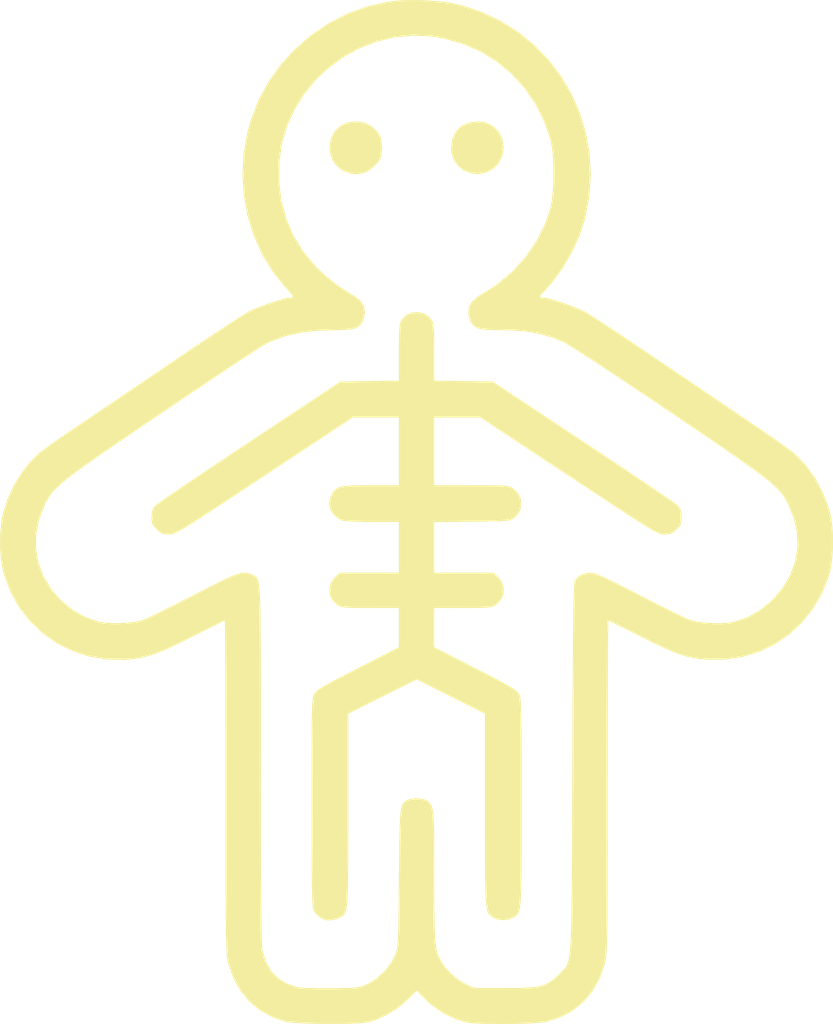
<source format=kicad_pcb>
(kicad_pcb (version 4) (host pcbnew 4.0.2+dfsg1-stable)

  (general
    (links 0)
    (no_connects 0)
    (area 0 0 0 0)
    (thickness 1.6)
    (drawings 0)
    (tracks 0)
    (zones 0)
    (modules 1)
    (nets 1)
  )

  (page A4)
  (layers
    (0 F.Cu signal)
    (31 B.Cu signal)
    (32 B.Adhes user)
    (33 F.Adhes user)
    (34 B.Paste user)
    (35 F.Paste user)
    (36 B.SilkS user)
    (37 F.SilkS user)
    (38 B.Mask user)
    (39 F.Mask user)
    (40 Dwgs.User user)
    (41 Cmts.User user)
    (42 Eco1.User user)
    (43 Eco2.User user)
    (44 Edge.Cuts user)
    (45 Margin user)
    (46 B.CrtYd user)
    (47 F.CrtYd user)
    (48 B.Fab user)
    (49 F.Fab user)
  )

  (setup
    (last_trace_width 0.25)
    (trace_clearance 0.2)
    (zone_clearance 0.508)
    (zone_45_only no)
    (trace_min 0.2)
    (segment_width 0.2)
    (edge_width 0.15)
    (via_size 0.6)
    (via_drill 0.4)
    (via_min_size 0.4)
    (via_min_drill 0.3)
    (uvia_size 0.3)
    (uvia_drill 0.1)
    (uvias_allowed no)
    (uvia_min_size 0.2)
    (uvia_min_drill 0.1)
    (pcb_text_width 0.3)
    (pcb_text_size 1.5 1.5)
    (mod_edge_width 0.15)
    (mod_text_size 1 1)
    (mod_text_width 0.15)
    (pad_size 1.524 1.524)
    (pad_drill 0.762)
    (pad_to_mask_clearance 0.2)
    (aux_axis_origin 33.02 29.21)
    (grid_origin 33.02 29.21)
    (visible_elements FFFFFF7F)
    (pcbplotparams
      (layerselection 0x00030_80000001)
      (usegerberextensions false)
      (excludeedgelayer true)
      (linewidth 0.100000)
      (plotframeref false)
      (viasonmask false)
      (mode 1)
      (useauxorigin false)
      (hpglpennumber 1)
      (hpglpenspeed 20)
      (hpglpendiameter 15)
      (hpglpenoverlay 2)
      (psnegative false)
      (psa4output false)
      (plotreference true)
      (plotvalue true)
      (plotinvisibletext false)
      (padsonsilk false)
      (subtractmaskfromsilk false)
      (outputformat 1)
      (mirror false)
      (drillshape 1)
      (scaleselection 1)
      (outputdirectory ""))
  )

  (net 0 "")

  (net_class Default "This is the default net class."
    (clearance 0.2)
    (trace_width 0.25)
    (via_dia 0.6)
    (via_drill 0.4)
    (uvia_dia 0.3)
    (uvia_drill 0.1)
  )

  (module badge:skeletron-white (layer F.Cu) (tedit 0) (tstamp 57E17DFB)
    (at 60.96 132.08)
    (fp_text reference G*** (at 0 0) (layer F.SilkS) hide
      (effects (font (thickness 0.3)))
    )
    (fp_text value LOGO (at 0.75 0) (layer F.SilkS) hide
      (effects (font (thickness 0.3)))
    )
    (fp_poly (pts (xy 0.57235 -30.71431) (xy 1.330969 -30.660739) (xy 2.030966 -30.574551) (xy 2.619717 -30.458309)
      (xy 2.651182 -30.450219) (xy 3.907745 -30.038584) (xy 5.075568 -29.490179) (xy 6.148053 -28.816311)
      (xy 7.118598 -28.028286) (xy 7.980603 -27.137413) (xy 8.72747 -26.154998) (xy 9.352596 -25.092349)
      (xy 9.849382 -23.960773) (xy 10.211228 -22.771577) (xy 10.431534 -21.536068) (xy 10.503699 -20.265554)
      (xy 10.421123 -18.971341) (xy 10.177206 -17.664738) (xy 10.158155 -17.589536) (xy 9.840382 -16.614586)
      (xy 9.395712 -15.631411) (xy 8.851516 -14.690374) (xy 8.235165 -13.841837) (xy 7.931783 -13.493018)
      (xy 7.71154 -13.249461) (xy 7.544305 -13.053431) (xy 7.457206 -12.93715) (xy 7.450667 -12.921518)
      (xy 7.523578 -12.882944) (xy 7.672777 -12.869334) (xy 7.875026 -12.838699) (xy 8.193776 -12.755737)
      (xy 8.589477 -12.633864) (xy 9.022578 -12.486494) (xy 9.45353 -12.327044) (xy 9.842783 -12.168929)
      (xy 10.132186 -12.0351) (xy 10.30442 -11.935773) (xy 10.599719 -11.751914) (xy 11.00132 -11.494497)
      (xy 11.492457 -11.174495) (xy 12.056366 -10.802883) (xy 12.676283 -10.390634) (xy 13.335443 -9.94872)
      (xy 13.843 -9.6061) (xy 14.636052 -9.069305) (xy 15.498984 -8.485456) (xy 16.397415 -7.877797)
      (xy 17.296963 -7.269575) (xy 18.163245 -6.684038) (xy 18.96188 -6.144431) (xy 19.658486 -5.674002)
      (xy 19.727334 -5.627526) (xy 20.34542 -5.208075) (xy 20.934901 -4.803819) (xy 21.47716 -4.427838)
      (xy 21.953578 -4.093211) (xy 22.345537 -3.813018) (xy 22.634421 -3.600337) (xy 22.801611 -3.468249)
      (xy 22.80432 -3.465873) (xy 23.40995 -2.835912) (xy 23.953654 -2.081255) (xy 24.412005 -1.242106)
      (xy 24.761576 -0.358668) (xy 24.897906 0.127) (xy 25.00043 0.729759) (xy 25.050904 1.420577)
      (xy 25.050619 2.145914) (xy 25.000863 2.852233) (xy 24.902928 3.485993) (xy 24.808147 3.852333)
      (xy 24.393999 4.884931) (xy 23.850331 5.818027) (xy 23.189321 6.643191) (xy 22.42315 7.351992)
      (xy 21.563999 7.935999) (xy 20.624046 8.386782) (xy 19.615472 8.69591) (xy 18.550457 8.854951)
      (xy 17.568334 8.863625) (xy 17.115333 8.828224) (xy 16.695662 8.769482) (xy 16.283027 8.678453)
      (xy 15.851133 8.546192) (xy 15.373687 8.363752) (xy 14.824395 8.122189) (xy 14.176963 7.812555)
      (xy 13.532697 7.49061) (xy 13.009134 7.226558) (xy 12.536107 6.989804) (xy 12.134342 6.790574)
      (xy 11.824565 6.639094) (xy 11.627502 6.545591) (xy 11.564197 6.519333) (xy 11.55782 6.602259)
      (xy 11.551681 6.844077) (xy 11.545833 7.234343) (xy 11.540327 7.762617) (xy 11.535215 8.418456)
      (xy 11.530549 9.191418) (xy 11.526381 10.071062) (xy 11.522763 11.046944) (xy 11.519746 12.108624)
      (xy 11.517382 13.245659) (xy 11.515724 14.447606) (xy 11.514823 15.704025) (xy 11.514667 16.496456)
      (xy 11.514582 18.008849) (xy 11.514231 19.361507) (xy 11.513464 20.564025) (xy 11.512134 21.626002)
      (xy 11.510093 22.557034) (xy 11.507193 23.366718) (xy 11.503286 24.064653) (xy 11.498226 24.660434)
      (xy 11.491862 25.163659) (xy 11.484049 25.583926) (xy 11.474637 25.93083) (xy 11.46348 26.213971)
      (xy 11.450428 26.442944) (xy 11.435335 26.627347) (xy 11.418053 26.776778) (xy 11.398433 26.900832)
      (xy 11.376328 27.009108) (xy 11.35159 27.111203) (xy 11.351103 27.113108) (xy 11.049119 27.984412)
      (xy 10.619848 28.752178) (xy 10.072338 29.407502) (xy 9.415639 29.941481) (xy 8.6588 30.345213)
      (xy 7.81087 30.609793) (xy 7.793297 30.613551) (xy 7.508151 30.653552) (xy 7.089135 30.68572)
      (xy 6.570342 30.709853) (xy 5.985867 30.725749) (xy 5.369805 30.733208) (xy 4.756249 30.732028)
      (xy 4.179294 30.722006) (xy 3.673034 30.702942) (xy 3.271563 30.674634) (xy 3.031001 30.641705)
      (xy 2.351174 30.433316) (xy 1.662721 30.098815) (xy 1.021248 29.668767) (xy 0.61797 29.315415)
      (xy 0.042334 28.744333) (xy -0.530238 29.313932) (xy -1.099268 29.791673) (xy -1.757082 30.197747)
      (xy -2.447485 30.501273) (xy -2.946334 30.641705) (xy -3.214843 30.67618) (xy -3.619009 30.701776)
      (xy -4.125401 30.718718) (xy -4.700587 30.727234) (xy -5.311134 30.727548) (xy -5.923613 30.719886)
      (xy -6.504591 30.704474) (xy -7.020637 30.681538) (xy -7.438319 30.651303) (xy -7.724206 30.613995)
      (xy -7.747 30.609289) (xy -8.584999 30.34313) (xy -9.336598 29.936068) (xy -9.991223 29.398607)
      (xy -10.538301 28.74125) (xy -10.967258 27.974502) (xy -11.266436 27.113108) (xy -11.291225 27.011037)
      (xy -11.313377 26.902964) (xy -11.333042 26.779292) (xy -11.350367 26.630422) (xy -11.365499 26.446759)
      (xy -11.378587 26.218704) (xy -11.389779 25.93666) (xy -11.399221 25.591032) (xy -11.407063 25.17222)
      (xy -11.413452 24.670629) (xy -11.418536 24.07666) (xy -11.422463 23.380717) (xy -11.42538 22.573203)
      (xy -11.427436 21.64452) (xy -11.428778 20.585072) (xy -11.429554 19.38526) (xy -11.429912 18.035489)
      (xy -11.43 16.52616) (xy -11.43 16.496456) (xy -11.430418 15.211815) (xy -11.431637 13.975245)
      (xy -11.433604 12.79719) (xy -11.436267 11.688089) (xy -11.439573 10.658387) (xy -11.44347 9.718524)
      (xy -11.447904 8.878943) (xy -11.452823 8.150085) (xy -11.458175 7.542393) (xy -11.463907 7.066309)
      (xy -11.469966 6.732275) (xy -11.476299 6.550732) (xy -11.480294 6.519333) (xy -11.566467 6.556253)
      (xy -11.78241 6.660094) (xy -12.107231 6.820479) (xy -12.520041 7.027029) (xy -12.999947 7.269368)
      (xy -13.414535 7.480192) (xy -14.184548 7.865616) (xy -14.835951 8.172895) (xy -15.395334 8.411015)
      (xy -15.889283 8.588961) (xy -16.344387 8.715719) (xy -16.787234 8.800273) (xy -17.244412 8.85161)
      (xy -17.526 8.869675) (xy -18.618711 8.844026) (xy -19.668706 8.661902) (xy -20.662927 8.332896)
      (xy -21.588313 7.866603) (xy -22.431806 7.272618) (xy -23.180345 6.560534) (xy -23.820871 5.739947)
      (xy -24.340324 4.82045) (xy -24.725646 3.811639) (xy -24.805987 3.521289) (xy -24.923101 2.870686)
      (xy -24.972644 2.193593) (xy -22.822521 2.193593) (xy -22.675541 3.041474) (xy -22.372917 3.853194)
      (xy -21.917409 4.613128) (xy -21.31178 5.305648) (xy -21.287662 5.328697) (xy -20.604166 5.879344)
      (xy -19.857644 6.301865) (xy -19.082545 6.577364) (xy -18.957902 6.606598) (xy -18.552176 6.660735)
      (xy -18.051767 6.677579) (xy -17.514603 6.659959) (xy -16.998615 6.610704) (xy -16.561731 6.532641)
      (xy -16.383 6.480884) (xy -16.207528 6.406796) (xy -15.90294 6.264591) (xy -15.490183 6.064609)
      (xy -14.990201 5.817189) (xy -14.423941 5.53267) (xy -13.812347 5.221393) (xy -13.355226 4.98627)
      (xy -12.607142 4.601281) (xy -11.991906 4.289881) (xy -11.492774 4.046307) (xy -11.093002 3.864798)
      (xy -10.775848 3.739592) (xy -10.524569 3.664925) (xy -10.322422 3.635036) (xy -10.152664 3.644163)
      (xy -9.998551 3.686543) (xy -9.843341 3.756414) (xy -9.818562 3.769099) (xy -9.745723 3.803502)
      (xy -9.680219 3.833248) (xy -9.621662 3.867032) (xy -9.569664 3.913551) (xy -9.523838 3.9815)
      (xy -9.483795 4.079575) (xy -9.449148 4.216471) (xy -9.419508 4.400886) (xy -9.394487 4.641513)
      (xy -9.373698 4.94705) (xy -9.356752 5.326192) (xy -9.343261 5.787635) (xy -9.332839 6.340074)
      (xy -9.325095 6.992206) (xy -9.319644 7.752726) (xy -9.316096 8.630329) (xy -9.314064 9.633713)
      (xy -9.31316 10.771572) (xy -9.312995 12.052602) (xy -9.313182 13.4855) (xy -9.313333 15.07896)
      (xy -9.313333 15.093245) (xy -9.312697 16.896528) (xy -9.310775 18.533122) (xy -9.307544 20.005665)
      (xy -9.302984 21.316798) (xy -9.297072 22.469158) (xy -9.289787 23.465385) (xy -9.281106 24.308118)
      (xy -9.271009 24.999996) (xy -9.259473 25.543659) (xy -9.246477 25.941745) (xy -9.231999 26.196894)
      (xy -9.221092 26.291212) (xy -9.019958 26.97564) (xy -8.693278 27.549583) (xy -8.2471 28.006714)
      (xy -7.687472 28.340706) (xy -7.077565 28.533793) (xy -6.884342 28.555741) (xy -6.555177 28.573253)
      (xy -6.123422 28.585394) (xy -5.622432 28.59123) (xy -5.085561 28.589826) (xy -5.08 28.589771)
      (xy -4.510415 28.583356) (xy -4.080671 28.574702) (xy -3.761278 28.56028) (xy -3.522749 28.536562)
      (xy -3.335595 28.500018) (xy -3.170329 28.447121) (xy -2.997461 28.37434) (xy -2.897122 28.328544)
      (xy -2.372018 28.008397) (xy -1.887296 27.567651) (xy -1.488414 27.053935) (xy -1.256374 26.609427)
      (xy -1.2114 26.494521) (xy -1.173661 26.381928) (xy -1.142346 26.256004) (xy -1.116647 26.101104)
      (xy -1.095753 25.901584) (xy -1.078855 25.6418) (xy -1.065145 25.306108) (xy -1.053811 24.878863)
      (xy -1.044045 24.344421) (xy -1.035037 23.687139) (xy -1.025978 22.89137) (xy -1.016362 21.971)
      (xy -1.006159 20.999317) (xy -0.996324 20.182491) (xy -0.985479 19.506051) (xy -0.972245 18.95553)
      (xy -0.955244 18.516458) (xy -0.933098 18.174366) (xy -0.904428 17.914787) (xy -0.867856 17.723251)
      (xy -0.822004 17.585289) (xy -0.765494 17.486434) (xy -0.696947 17.412215) (xy -0.614984 17.348164)
      (xy -0.573173 17.318675) (xy -0.333762 17.226333) (xy -0.008861 17.190097) (xy 0.327269 17.209921)
      (xy 0.600367 17.285755) (xy 0.658978 17.319472) (xy 0.759346 17.392527) (xy 0.843226 17.468839)
      (xy 0.912098 17.563393) (xy 0.967442 17.691173) (xy 1.010736 17.86716) (xy 1.043459 18.106339)
      (xy 1.067092 18.423693) (xy 1.083113 18.834206) (xy 1.093002 19.35286) (xy 1.098238 19.994639)
      (xy 1.100299 20.774527) (xy 1.100666 21.707507) (xy 1.100667 21.793294) (xy 1.10161 22.779547)
      (xy 1.10519 23.612437) (xy 1.112532 24.307925) (xy 1.124763 24.881974) (xy 1.143008 25.350548)
      (xy 1.168394 25.729608) (xy 1.202045 26.035118) (xy 1.245088 26.28304) (xy 1.298649 26.489337)
      (xy 1.363854 26.669972) (xy 1.441828 26.840907) (xy 1.459115 26.875454) (xy 1.75474 27.323973)
      (xy 2.16172 27.758044) (xy 2.626153 28.126288) (xy 2.986839 28.331653) (xy 3.513667 28.575)
      (xy 5.334 28.575) (xy 6.055162 28.571105) (xy 6.632135 28.555289) (xy 7.089966 28.521354)
      (xy 7.453705 28.463103) (xy 7.748397 28.374337) (xy 7.999091 28.248858) (xy 8.230835 28.080469)
      (xy 8.468677 27.862972) (xy 8.553853 27.778276) (xy 8.666294 27.669975) (xy 8.767718 27.577245)
      (xy 8.858719 27.491323) (xy 8.939891 27.403447) (xy 9.011828 27.304854) (xy 9.075125 27.186782)
      (xy 9.130374 27.040469) (xy 9.17817 26.857154) (xy 9.219107 26.628072) (xy 9.253778 26.344463)
      (xy 9.282779 25.997564) (xy 9.306702 25.578612) (xy 9.326141 25.078846) (xy 9.341691 24.489504)
      (xy 9.353945 23.801822) (xy 9.363498 23.007039) (xy 9.370942 22.096392) (xy 9.376873 21.06112)
      (xy 9.381885 19.892459) (xy 9.38657 18.581648) (xy 9.391523 17.119925) (xy 9.397338 15.498526)
      (xy 9.398 15.324666) (xy 9.404657 13.667141) (xy 9.411351 12.171533) (xy 9.418184 10.830428)
      (xy 9.425253 9.636409) (xy 9.432659 8.582061) (xy 9.440502 7.659968) (xy 9.448879 6.862715)
      (xy 9.457892 6.182886) (xy 9.467639 5.613065) (xy 9.478219 5.145838) (xy 9.489733 4.773788)
      (xy 9.502279 4.489499) (xy 9.515957 4.285556) (xy 9.530866 4.154544) (xy 9.547107 4.089047)
      (xy 9.548677 4.086043) (xy 9.771377 3.852975) (xy 10.105032 3.696703) (xy 10.493521 3.640666)
      (xy 10.615741 3.654481) (xy 10.781852 3.7006) (xy 11.007201 3.786031) (xy 11.307135 3.917783)
      (xy 11.697002 4.102867) (xy 12.19215 4.34829) (xy 12.807925 4.661062) (xy 13.439893 4.98627)
      (xy 14.07117 5.310421) (xy 14.672211 5.615266) (xy 15.22207 5.890464) (xy 15.6998 6.125677)
      (xy 16.084456 6.310564) (xy 16.355093 6.434786) (xy 16.467667 6.480884) (xy 16.839575 6.572987)
      (xy 17.321108 6.637773) (xy 17.854335 6.672412) (xy 18.381329 6.674078) (xy 18.844159 6.639941)
      (xy 19.042569 6.606598) (xy 19.86681 6.341213) (xy 20.638702 5.915765) (xy 21.354386 5.332434)
      (xy 21.430163 5.258074) (xy 22.038741 4.540712) (xy 22.491164 3.76721) (xy 22.785338 2.949979)
      (xy 22.919169 2.101432) (xy 22.890562 1.233982) (xy 22.697424 0.360041) (xy 22.386641 -0.410757)
      (xy 22.285242 -0.611448) (xy 22.182052 -0.797554) (xy 22.067903 -0.976275) (xy 21.93363 -1.154809)
      (xy 21.770067 -1.340355) (xy 21.568048 -1.540111) (xy 21.318406 -1.761276) (xy 21.011975 -2.011048)
      (xy 20.63959 -2.296626) (xy 20.192083 -2.625208) (xy 19.660289 -3.003993) (xy 19.035041 -3.44018)
      (xy 18.307174 -3.940966) (xy 17.467521 -4.513551) (xy 16.506916 -5.165133) (xy 15.416193 -5.902911)
      (xy 15.251746 -6.014055) (xy 14.345966 -6.62462) (xy 13.469298 -7.212487) (xy 12.633493 -7.769957)
      (xy 11.850299 -8.289332) (xy 11.131467 -8.762915) (xy 10.488745 -9.183007) (xy 9.933883 -9.541909)
      (xy 9.47863 -9.831923) (xy 9.134735 -10.045352) (xy 8.913948 -10.174496) (xy 8.859413 -10.202368)
      (xy 8.177173 -10.479069) (xy 7.484634 -10.682412) (xy 6.743829 -10.819366) (xy 5.916788 -10.896901)
      (xy 4.965543 -10.921985) (xy 4.93877 -10.922) (xy 4.397347 -10.931346) (xy 3.996389 -10.965642)
      (xy 3.707747 -11.034272) (xy 3.503271 -11.146625) (xy 3.354808 -11.312085) (xy 3.261035 -11.481409)
      (xy 3.141581 -11.903135) (xy 3.184548 -12.300183) (xy 3.383112 -12.653347) (xy 3.73045 -12.943418)
      (xy 3.793231 -12.979359) (xy 4.840525 -13.640081) (xy 5.767944 -14.411906) (xy 6.568172 -15.285924)
      (xy 7.233892 -16.253224) (xy 7.757785 -17.304898) (xy 8.063509 -18.178907) (xy 8.159314 -18.635942)
      (xy 8.225805 -19.213098) (xy 8.262628 -19.863661) (xy 8.269432 -20.540913) (xy 8.245862 -21.198139)
      (xy 8.191565 -21.788622) (xy 8.106187 -22.265647) (xy 8.094753 -22.309667) (xy 7.703287 -23.449153)
      (xy 7.174545 -24.499798) (xy 6.519193 -25.452331) (xy 5.747895 -26.297485) (xy 4.871316 -27.025991)
      (xy 3.900121 -27.62858) (xy 2.844975 -28.095983) (xy 1.716543 -28.418932) (xy 0.912986 -28.551272)
      (xy -0.207776 -28.600863) (xy -1.305914 -28.492055) (xy -2.368526 -28.23543) (xy -3.382708 -27.841571)
      (xy -4.335558 -27.321061) (xy -5.214173 -26.684481) (xy -6.005648 -25.942414) (xy -6.697081 -25.105443)
      (xy -7.27557 -24.184149) (xy -7.72821 -23.189117) (xy -8.042098 -22.130926) (xy -8.199978 -21.077331)
      (xy -8.219022 -19.865135) (xy -8.080176 -18.705254) (xy -7.785773 -17.604254) (xy -7.338147 -16.568702)
      (xy -6.739632 -15.605163) (xy -5.992563 -14.720204) (xy -5.91066 -14.637166) (xy -5.339529 -14.117299)
      (xy -4.689104 -13.609361) (xy -4.027982 -13.164994) (xy -3.708564 -12.979359) (xy -3.340066 -12.700111)
      (xy -3.119344 -12.354966) (xy -3.053223 -11.96313) (xy -3.148526 -11.543811) (xy -3.176368 -11.481409)
      (xy -3.298948 -11.270954) (xy -3.45461 -11.119553) (xy -3.671213 -11.018055) (xy -3.976616 -10.95731)
      (xy -4.39868 -10.928168) (xy -4.881397 -10.921402) (xy -5.998698 -10.881304) (xy -6.98882 -10.759019)
      (xy -7.875274 -10.549598) (xy -8.681574 -10.248092) (xy -9.122481 -10.028686) (xy -9.275069 -9.936365)
      (xy -9.555988 -9.756796) (xy -9.953454 -9.497809) (xy -10.455681 -9.167241) (xy -11.050884 -8.772923)
      (xy -11.727277 -8.322689) (xy -12.473074 -7.824373) (xy -13.276489 -7.285809) (xy -14.125738 -6.714829)
      (xy -15.009035 -6.119268) (xy -15.303148 -5.920591) (xy -16.401165 -5.17802) (xy -17.367858 -4.522505)
      (xy -18.21251 -3.94674) (xy -18.944399 -3.443418) (xy -19.572808 -3.005233) (xy -20.107018 -2.624879)
      (xy -20.556308 -2.295049) (xy -20.92996 -2.008437) (xy -21.237255 -1.757736) (xy -21.487473 -1.535641)
      (xy -21.689896 -1.334845) (xy -21.853804 -1.148041) (xy -21.988478 -0.967923) (xy -22.103199 -0.787185)
      (xy -22.207248 -0.598521) (xy -22.301974 -0.410757) (xy -22.638499 0.451851) (xy -22.811094 1.325177)
      (xy -22.822521 2.193593) (xy -24.972644 2.193593) (xy -24.977657 2.12509) (xy -24.969705 1.346846)
      (xy -24.89929 0.598295) (xy -24.803326 0.084666) (xy -24.529193 -0.778239) (xy -24.132474 -1.629171)
      (xy -23.638441 -2.425057) (xy -23.072366 -3.122823) (xy -22.719653 -3.466777) (xy -22.522427 -3.625854)
      (xy -22.212771 -3.857108) (xy -21.819748 -4.139691) (xy -21.372419 -4.452754) (xy -20.899847 -4.77545)
      (xy -20.828 -4.823787) (xy -20.48491 -5.054583) (xy -20.019444 -5.368395) (xy -19.449378 -5.753207)
      (xy -18.792489 -6.197002) (xy -18.066551 -6.687763) (xy -17.289341 -7.213474) (xy -16.478635 -7.762118)
      (xy -15.652208 -8.321679) (xy -14.943666 -8.801653) (xy -14.155537 -9.334323) (xy -13.396663 -9.844636)
      (xy -12.680704 -10.323576) (xy -12.021317 -10.762125) (xy -11.43216 -11.151266) (xy -10.926891 -11.48198)
      (xy -10.519168 -11.745251) (xy -10.222649 -11.932061) (xy -10.050991 -12.033392) (xy -10.041135 -12.038519)
      (xy -9.736498 -12.177809) (xy -9.35009 -12.332419) (xy -8.92146 -12.489034) (xy -8.49016 -12.634344)
      (xy -8.095737 -12.755036) (xy -7.777743 -12.837797) (xy -7.575727 -12.869317) (xy -7.572812 -12.869334)
      (xy -7.415889 -12.887621) (xy -7.366 -12.921518) (xy -7.419715 -13.003387) (xy -7.562778 -13.175947)
      (xy -7.768062 -13.406977) (xy -7.847116 -13.493018) (xy -8.612388 -14.441382) (xy -9.24729 -15.484826)
      (xy -9.748328 -16.606287) (xy -10.112011 -17.788702) (xy -10.334845 -19.015008) (xy -10.413339 -20.268144)
      (xy -10.344 -21.531047) (xy -10.123334 -22.786655) (xy -9.907476 -23.558711) (xy -9.442697 -24.751867)
      (xy -8.841061 -25.856708) (xy -8.093285 -26.88832) (xy -7.366 -27.688723) (xy -6.36603 -28.576746)
      (xy -5.283067 -29.320257) (xy -4.125818 -29.914832) (xy -2.902994 -30.356048) (xy -1.6233 -30.639481)
      (xy -1.529013 -30.653708) (xy -0.910265 -30.713356) (xy -0.192269 -30.732703) (xy 0.57235 -30.71431)) (layer F.SilkS) (width 0.01))
    (fp_poly (pts (xy 0.451366 -11.933765) (xy 0.769903 -11.745822) (xy 0.95622 -11.521402) (xy 1.0067 -11.414184)
      (xy 1.044153 -11.271132) (xy 1.070414 -11.067607) (xy 1.087316 -10.778968) (xy 1.096692 -10.380575)
      (xy 1.100376 -9.847787) (xy 1.100667 -9.58019) (xy 1.100667 -7.883505) (xy 2.8575 -7.857586)
      (xy 4.614334 -7.831667) (xy 10.078866 -4.215228) (xy 10.95039 -3.637385) (xy 11.784326 -3.082399)
      (xy 12.569348 -2.55793) (xy 13.294134 -2.071641) (xy 13.947359 -1.631192) (xy 14.517699 -1.244245)
      (xy 14.993831 -0.918462) (xy 15.364431 -0.661504) (xy 15.618174 -0.481032) (xy 15.743737 -0.384709)
      (xy 15.751533 -0.37724) (xy 15.881041 -0.202277) (xy 15.943608 0.006097) (xy 15.959667 0.30966)
      (xy 15.948992 0.592261) (xy 15.896642 0.778701) (xy 15.772128 0.941781) (xy 15.64341 1.064839)
      (xy 15.414407 1.248607) (xy 15.204231 1.333548) (xy 14.927225 1.354086) (xy 14.923744 1.354082)
      (xy 14.844071 1.351161) (xy 14.759637 1.338486) (xy 14.660316 1.309841) (xy 14.535984 1.259008)
      (xy 14.376518 1.17977) (xy 14.171794 1.065911) (xy 13.911688 0.911213) (xy 13.586076 0.70946)
      (xy 13.184833 0.454434) (xy 12.697836 0.139917) (xy 12.114961 -0.240305) (xy 11.426084 -0.692452)
      (xy 10.62108 -1.22274) (xy 9.689827 -1.837386) (xy 9.202003 -2.159585) (xy 3.883673 -5.672667)
      (xy 1.100667 -5.672667) (xy 1.100667 -1.608667) (xy 3.323167 -1.608351) (xy 4.000046 -1.607452)
      (xy 4.529112 -1.604018) (xy 4.931884 -1.596622) (xy 5.229877 -1.583833) (xy 5.444611 -1.564222)
      (xy 5.597601 -1.536362) (xy 5.710365 -1.498823) (xy 5.80442 -1.450176) (xy 5.816723 -1.442762)
      (xy 6.115098 -1.173166) (xy 6.288498 -0.830401) (xy 6.335665 -0.454176) (xy 6.255337 -0.084202)
      (xy 6.046256 0.239813) (xy 5.874718 0.38486) (xy 5.789653 0.43489) (xy 5.685632 0.474214)
      (xy 5.54166 0.504433) (xy 5.336744 0.527154) (xy 5.049888 0.543979) (xy 4.660098 0.556512)
      (xy 4.146379 0.566357) (xy 3.487738 0.575118) (xy 3.3655 0.576549) (xy 1.100667 0.602766)
      (xy 1.100667 3.640666) (xy 4.643675 3.640666) (xy 4.902572 3.858514) (xy 5.155346 4.169108)
      (xy 5.275206 4.535081) (xy 5.263803 4.914957) (xy 5.12279 5.267261) (xy 4.853817 5.550516)
      (xy 4.834646 5.563738) (xy 4.730015 5.629225) (xy 4.621018 5.678005) (xy 4.48216 5.712532)
      (xy 4.287947 5.73526) (xy 4.012883 5.748645) (xy 3.631476 5.755139) (xy 3.118229 5.757199)
      (xy 2.823813 5.757333) (xy 1.100667 5.757333) (xy 1.100667 8.113753) (xy 3.569914 9.374925)
      (xy 4.257082 9.727145) (xy 4.808606 10.013432) (xy 5.240469 10.243234) (xy 5.568659 10.425996)
      (xy 5.809159 10.571164) (xy 5.977956 10.688185) (xy 6.091034 10.786504) (xy 6.164381 10.875568)
      (xy 6.19458 10.925894) (xy 6.224046 10.98808) (xy 6.249543 11.064959) (xy 6.271359 11.168469)
      (xy 6.289778 11.310547) (xy 6.305087 11.503128) (xy 6.31757 11.75815) (xy 6.327514 12.08755)
      (xy 6.335203 12.503265) (xy 6.340924 13.017231) (xy 6.344963 13.641385) (xy 6.347604 14.387664)
      (xy 6.349133 15.268004) (xy 6.349837 16.294343) (xy 6.35 17.421565) (xy 6.349996 18.63392)
      (xy 6.349454 19.688508) (xy 6.34758 20.596891) (xy 6.34358 21.370635) (xy 6.336659 22.021304)
      (xy 6.326022 22.560462) (xy 6.310875 22.999676) (xy 6.290424 23.350508) (xy 6.263875 23.624524)
      (xy 6.230433 23.833288) (xy 6.189303 23.988364) (xy 6.139691 24.101318) (xy 6.080803 24.183714)
      (xy 6.011845 24.247117) (xy 5.932021 24.303091) (xy 5.874718 24.340452) (xy 5.561658 24.464153)
      (xy 5.187718 24.497287) (xy 4.829527 24.439086) (xy 4.642794 24.3528) (xy 4.549085 24.291408)
      (xy 4.468034 24.230946) (xy 4.398724 24.159377) (xy 4.340237 24.064665) (xy 4.291656 23.93477)
      (xy 4.252061 23.757658) (xy 4.220535 23.521291) (xy 4.196161 23.213631) (xy 4.17802 22.822642)
      (xy 4.165194 22.336286) (xy 4.156765 21.742526) (xy 4.151816 21.029326) (xy 4.149428 20.184649)
      (xy 4.148683 19.196456) (xy 4.148664 18.052712) (xy 4.148667 17.873376) (xy 4.148667 12.108011)
      (xy 2.096639 11.081312) (xy 0.044611 10.054614) (xy -2.009694 11.080749) (xy -4.064 12.106884)
      (xy -4.064 17.872813) (xy -4.064043 19.040269) (xy -4.064743 20.050402) (xy -4.066956 20.915219)
      (xy -4.071539 21.64673) (xy -4.079348 22.256943) (xy -4.091241 22.757869) (xy -4.108073 23.161516)
      (xy -4.130701 23.479893) (xy -4.159981 23.725009) (xy -4.19677 23.908873) (xy -4.241925 24.043494)
      (xy -4.296302 24.140881) (xy -4.360758 24.213043) (xy -4.436148 24.271989) (xy -4.52333 24.329729)
      (xy -4.524583 24.330549) (xy -4.799791 24.448604) (xy -5.13343 24.510858) (xy -5.430314 24.50062)
      (xy -5.457471 24.494129) (xy -5.815177 24.319903) (xy -6.082105 24.034263) (xy -6.149884 23.903746)
      (xy -6.172475 23.822446) (xy -6.192066 23.686971) (xy -6.20885 23.486524) (xy -6.223018 23.210306)
      (xy -6.234762 22.847521) (xy -6.244276 22.387371) (xy -6.251751 21.819059) (xy -6.257381 21.131787)
      (xy -6.261356 20.314758) (xy -6.263869 19.357175) (xy -6.265114 18.24824) (xy -6.265333 17.421565)
      (xy -6.265146 16.244365) (xy -6.264395 15.22457) (xy -6.262797 14.350252) (xy -6.260069 13.609484)
      (xy -6.255927 12.990337) (xy -6.250089 12.480884) (xy -6.242269 12.069196) (xy -6.232186 11.743346)
      (xy -6.219555 11.491406) (xy -6.204093 11.301447) (xy -6.185517 11.161543) (xy -6.163544 11.059765)
      (xy -6.13789 10.984184) (xy -6.111047 10.928008) (xy -6.053062 10.840298) (xy -5.96354 10.748138)
      (xy -5.826543 10.64211) (xy -5.626135 10.512795) (xy -5.346375 10.350774) (xy -4.971328 10.146628)
      (xy -4.485054 9.890939) (xy -3.871616 9.574288) (xy -3.48638 9.376938) (xy -1.016 8.113552)
      (xy -1.016 5.757333) (xy -2.739146 5.757333) (xy -3.323257 5.756511) (xy -3.763532 5.752409)
      (xy -4.085464 5.742573) (xy -4.314549 5.724548) (xy -4.476282 5.695879) (xy -4.596155 5.654112)
      (xy -4.699665 5.596793) (xy -4.749979 5.563738) (xy -5.026202 5.285673) (xy -5.174561 4.936193)
      (xy -5.193404 4.556775) (xy -5.081078 4.188893) (xy -4.835932 3.874023) (xy -4.817905 3.858514)
      (xy -4.559008 3.640666) (xy -1.016 3.640666) (xy -1.016 0.592666) (xy -2.619155 0.592666)
      (xy -3.181991 0.587831) (xy -3.676103 0.574202) (xy -4.074625 0.553099) (xy -4.350694 0.525837)
      (xy -4.460655 0.50236) (xy -4.835831 0.276573) (xy -5.091323 -0.062098) (xy -5.169146 -0.270634)
      (xy -5.211569 -0.51167) (xy -5.181282 -0.732407) (xy -5.087023 -0.977508) (xy -4.989703 -1.172729)
      (xy -4.877219 -1.323163) (xy -4.727453 -1.434586) (xy -4.518285 -1.512772) (xy -4.227597 -1.563498)
      (xy -3.833268 -1.592538) (xy -3.31318 -1.605669) (xy -2.669719 -1.608667) (xy -1.016 -1.608667)
      (xy -1.016 -5.672667) (xy -3.799006 -5.672667) (xy -9.117336 -2.159585) (xy -10.11189 -1.502833)
      (xy -10.975402 -0.933383) (xy -11.717994 -0.445018) (xy -12.349791 -0.031519) (xy -12.880918 0.313329)
      (xy -13.321497 0.595745) (xy -13.681653 0.821944) (xy -13.971509 0.998144) (xy -14.201191 1.130563)
      (xy -14.380821 1.225416) (xy -14.520524 1.288921) (xy -14.630424 1.327296) (xy -14.720644 1.346757)
      (xy -14.801309 1.353521) (xy -14.839077 1.354082) (xy -15.11721 1.334026) (xy -15.327637 1.24992)
      (xy -15.556013 1.067339) (xy -15.558743 1.064839) (xy -15.744153 0.879216) (xy -15.838254 0.715948)
      (xy -15.871536 0.502233) (xy -15.875 0.30966) (xy -15.858403 0.002435) (xy -15.794992 -0.204951)
      (xy -15.666866 -0.37724) (xy -15.56427 -0.458464) (xy -15.331564 -0.625141) (xy -14.980072 -0.86961)
      (xy -14.52112 -1.184209) (xy -13.966029 -1.561277) (xy -13.326124 -1.993152) (xy -12.61273 -2.472173)
      (xy -11.837169 -2.990679) (xy -11.010767 -3.541008) (xy -10.144846 -4.115498) (xy -9.994199 -4.215228)
      (xy -4.529666 -7.831667) (xy -1.016 -7.883505) (xy -1.016 -9.58019) (xy -1.014147 -10.176266)
      (xy -1.007366 -10.627678) (xy -0.993824 -10.959066) (xy -0.971687 -11.19507) (xy -0.939121 -11.360331)
      (xy -0.894293 -11.47949) (xy -0.871553 -11.521402) (xy -0.618739 -11.799113) (xy -0.285571 -11.96041)
      (xy 0.085336 -12.005294) (xy 0.451366 -11.933765)) (layer F.SilkS) (width 0.01))
    (fp_poly (pts (xy -3.123897 -23.38195) (xy -2.676018 -23.179764) (xy -2.327757 -22.86106) (xy -2.122053 -22.494655)
      (xy -2.052211 -22.180049) (xy -2.036438 -21.803029) (xy -2.072854 -21.439608) (xy -2.154675 -21.175031)
      (xy -2.338609 -20.915655) (xy -2.598895 -20.660995) (xy -2.879699 -20.458624) (xy -3.113053 -20.358458)
      (xy -3.393074 -20.304231) (xy -3.586672 -20.28606) (xy -3.772027 -20.300255) (xy -3.902702 -20.321197)
      (xy -4.382592 -20.482689) (xy -4.765942 -20.772747) (xy -5.035477 -21.170303) (xy -5.173922 -21.654285)
      (xy -5.188857 -21.88985) (xy -5.113317 -22.397535) (xy -4.900445 -22.828572) (xy -4.570868 -23.162048)
      (xy -4.145211 -23.37705) (xy -3.647586 -23.452667) (xy -3.123897 -23.38195)) (layer F.SilkS) (width 0.01))
    (fp_poly (pts (xy 4.237613 -23.37531) (xy 4.656729 -23.158147) (xy 4.983589 -22.823537) (xy 5.196435 -22.39384)
      (xy 5.273512 -21.891417) (xy 5.273524 -21.884879) (xy 5.197806 -21.3758) (xy 4.985557 -20.943793)
      (xy 4.659132 -20.607377) (xy 4.240888 -20.385068) (xy 3.753181 -20.295387) (xy 3.385449 -20.320922)
      (xy 2.915543 -20.479989) (xy 2.534461 -20.767188) (xy 2.264666 -21.1561) (xy 2.128623 -21.620305)
      (xy 2.116667 -21.813103) (xy 2.184849 -22.366976) (xy 2.383683 -22.816387) (xy 2.704598 -23.152722)
      (xy 3.139024 -23.367367) (xy 3.678392 -23.451711) (xy 3.748 -23.452667) (xy 4.237613 -23.37531)) (layer F.SilkS) (width 0.01))
  )

)

</source>
